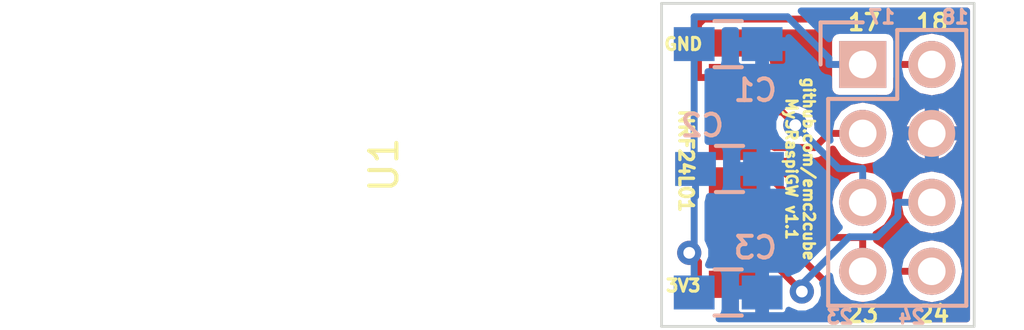
<source format=kicad_pcb>
(kicad_pcb (version 4) (host pcbnew 4.0.4-stable)

  (general
    (links 14)
    (no_connects 0)
    (area 53.949999 34.049999 65.550001 46.050001)
    (thickness 1.6002)
    (drawings 16)
    (tracks 73)
    (zones 0)
    (modules 5)
    (nets 9)
  )

  (page A4)
  (layers
    (0 Top signal)
    (31 Bottom signal)
    (32 B.Adhes user)
    (33 F.Adhes user)
    (34 B.Paste user)
    (35 F.Paste user)
    (36 B.SilkS user)
    (37 F.SilkS user)
    (38 B.Mask user)
    (39 F.Mask user)
    (40 Dwgs.User user)
    (41 Cmts.User user)
    (42 Eco1.User user)
    (43 Eco2.User user)
    (44 Edge.Cuts user)
    (45 Margin user)
    (46 B.CrtYd user)
    (47 F.CrtYd user)
    (48 B.Fab user)
    (49 F.Fab user)
  )

  (setup
    (last_trace_width 0.254)
    (trace_clearance 0.254)
    (zone_clearance 0.1016)
    (zone_45_only no)
    (trace_min 0.1524)
    (segment_width 0.2)
    (edge_width 0.1)
    (via_size 0.889)
    (via_drill 0.4318)
    (via_min_size 0.6858)
    (via_min_drill 0.3302)
    (uvia_size 0.762)
    (uvia_drill 0.508)
    (uvias_allowed no)
    (uvia_min_size 0)
    (uvia_min_drill 0)
    (pcb_text_width 0.3)
    (pcb_text_size 1.5 1.5)
    (mod_edge_width 0.15)
    (mod_text_size 1 1)
    (mod_text_width 0.15)
    (pad_size 1 2)
    (pad_drill 0)
    (pad_to_mask_clearance 0)
    (aux_axis_origin 0 0)
    (visible_elements FFFFFFFF)
    (pcbplotparams
      (layerselection 0x010f0_80000001)
      (usegerberextensions true)
      (excludeedgelayer true)
      (linewidth 0.100000)
      (plotframeref false)
      (viasonmask false)
      (mode 1)
      (useauxorigin false)
      (hpglpennumber 1)
      (hpglpenspeed 20)
      (hpglpendiameter 15)
      (hpglpenoverlay 2)
      (psnegative false)
      (psa4output false)
      (plotreference true)
      (plotvalue true)
      (plotinvisibletext false)
      (padsonsilk false)
      (subtractmaskfromsilk false)
      (outputformat 1)
      (mirror false)
      (drillshape 0)
      (scaleselection 1)
      (outputdirectory ""))
  )

  (net 0 "")
  (net 1 +3V3)
  (net 2 GND)
  (net 3 MOSI)
  (net 4 MISO)
  (net 5 CE)
  (net 6 SCK)
  (net 7 CSN)
  (net 8 IRQ)

  (net_class Default "Ceci est la Netclass par défaut"
    (clearance 0.254)
    (trace_width 0.254)
    (via_dia 0.889)
    (via_drill 0.4318)
    (uvia_dia 0.762)
    (uvia_drill 0.508)
    (add_net +3V3)
    (add_net CE)
    (add_net CSN)
    (add_net GND)
    (add_net IRQ)
    (add_net MISO)
    (add_net MOSI)
    (add_net SCK)
  )

  (net_class VCC ""
    (clearance 0.3048)
    (trace_width 0.508)
    (via_dia 1.143)
    (via_drill 0.635)
    (uvia_dia 0.762)
    (uvia_drill 0.508)
  )

  (module Socket_Strips:Socket_Strip_Straight_2x04 (layer Bottom) (tedit 5779F6F8) (tstamp 574E5455)
    (at 61.4 36.35 270)
    (descr "Through hole socket strip")
    (tags "socket strip")
    (path /573ACFFE)
    (fp_text reference P1 (at 0.05 0 360) (layer B.SilkS) hide
      (effects (font (size 1 1) (thickness 0.15)) (justify mirror))
    )
    (fp_text value CONN_02X04 (at 3.75 -5.1 450) (layer B.Fab)
      (effects (font (size 1 1) (thickness 0.15)) (justify mirror))
    )
    (fp_line (start -1.75 1.75) (end -1.75 -4.3) (layer B.CrtYd) (width 0.05))
    (fp_line (start 9.4 1.75) (end 9.4 -4.3) (layer B.CrtYd) (width 0.05))
    (fp_line (start -1.75 1.75) (end 9.4 1.75) (layer B.CrtYd) (width 0.05))
    (fp_line (start -1.75 -4.3) (end 9.4 -4.3) (layer B.CrtYd) (width 0.05))
    (fp_line (start 1.27 1.27) (end 8.89 1.27) (layer B.SilkS) (width 0.15))
    (fp_line (start 8.89 1.27) (end 8.89 -3.81) (layer B.SilkS) (width 0.15))
    (fp_line (start 8.89 -3.81) (end -1.27 -3.81) (layer B.SilkS) (width 0.15))
    (fp_line (start -1.27 -3.81) (end -1.27 -1.27) (layer B.SilkS) (width 0.15))
    (fp_line (start 0 1.55) (end -1.55 1.55) (layer B.SilkS) (width 0.15))
    (fp_line (start -1.27 -1.27) (end 1.27 -1.27) (layer B.SilkS) (width 0.15))
    (fp_line (start 1.27 -1.27) (end 1.27 1.27) (layer B.SilkS) (width 0.15))
    (fp_line (start -1.55 1.55) (end -1.55 0) (layer B.SilkS) (width 0.15))
    (pad 1 thru_hole rect (at 0 0 270) (size 1.7272 1.7272) (drill 1.016) (layers *.Cu *.Mask B.SilkS)
      (net 1 +3V3))
    (pad 2 thru_hole oval (at 0 -2.54 270) (size 1.7272 1.7272) (drill 1.016) (layers *.Cu *.Mask B.SilkS)
      (net 8 IRQ))
    (pad 3 thru_hole oval (at 2.54 0 270) (size 1.7272 1.7272) (drill 1.016) (layers *.Cu *.Mask B.SilkS)
      (net 3 MOSI))
    (pad 4 thru_hole oval (at 2.54 -2.54 270) (size 1.7272 1.7272) (drill 1.016) (layers *.Cu *.Mask B.SilkS)
      (net 2 GND))
    (pad 5 thru_hole oval (at 5.08 0 270) (size 1.7272 1.7272) (drill 1.016) (layers *.Cu *.Mask B.SilkS)
      (net 4 MISO))
    (pad 6 thru_hole oval (at 5.08 -2.54 270) (size 1.7272 1.7272) (drill 1.016) (layers *.Cu *.Mask B.SilkS)
      (net 5 CE))
    (pad 7 thru_hole oval (at 7.62 0 270) (size 1.7272 1.7272) (drill 1.016) (layers *.Cu *.Mask B.SilkS)
      (net 6 SCK))
    (pad 8 thru_hole oval (at 7.62 -2.54 270) (size 1.7272 1.7272) (drill 1.016) (layers *.Cu *.Mask B.SilkS)
      (net 7 CSN))
    (model Socket_Strips.3dshapes/Socket_Strip_Straight_2x04.wrl
      (at (xyz 0.15 -0.05 0))
      (scale (xyz 1 1 1))
      (rotate (xyz 0 0 180))
    )
  )

  (module Capacitors_SMD:C_0805_HandSoldering (layer Bottom) (tedit 5779F6EC) (tstamp 573AD2EA)
    (at 56.45 44.75)
    (descr "Capacitor SMD 0805, hand soldering")
    (tags "capacitor 0805")
    (path /573AD311)
    (attr smd)
    (fp_text reference C3 (at 1 -1.65) (layer B.SilkS)
      (effects (font (size 0.8 0.8) (thickness 0.15)) (justify mirror))
    )
    (fp_text value 47µF (at -0.05 0.15) (layer B.Fab)
      (effects (font (size 1 1) (thickness 0.15)) (justify mirror))
    )
    (fp_line (start -2.3 1) (end 2.3 1) (layer B.CrtYd) (width 0.05))
    (fp_line (start -2.3 -1) (end 2.3 -1) (layer B.CrtYd) (width 0.05))
    (fp_line (start -2.3 1) (end -2.3 -1) (layer B.CrtYd) (width 0.05))
    (fp_line (start 2.3 1) (end 2.3 -1) (layer B.CrtYd) (width 0.05))
    (fp_line (start 0.5 0.85) (end -0.5 0.85) (layer B.SilkS) (width 0.15))
    (fp_line (start -0.5 -0.85) (end 0.5 -0.85) (layer B.SilkS) (width 0.15))
    (pad 1 smd rect (at -1.25 0) (size 1.5 1.25) (layers Bottom B.Paste B.Mask)
      (net 1 +3V3))
    (pad 2 smd rect (at 1.25 0) (size 1.5 1.25) (layers Bottom B.Paste B.Mask)
      (net 2 GND))
    (model Capacitors_SMD.3dshapes/C_0805_HandSoldering.wrl
      (at (xyz 0 0 0))
      (scale (xyz 1 1 1))
      (rotate (xyz 0 0 0))
    )
  )

  (module Capacitors_SMD:C_0805_HandSoldering (layer Bottom) (tedit 5779F6E6) (tstamp 573AD2E4)
    (at 56.5 40.2)
    (descr "Capacitor SMD 0805, hand soldering")
    (tags "capacitor 0805")
    (path /5701C54D)
    (attr smd)
    (fp_text reference C2 (at -1 -1.6) (layer B.SilkS)
      (effects (font (size 0.8 0.8) (thickness 0.15)) (justify mirror))
    )
    (fp_text value 4.7µF (at 0 0) (layer B.Fab)
      (effects (font (size 1 1) (thickness 0.15)) (justify mirror))
    )
    (fp_line (start -2.3 1) (end 2.3 1) (layer B.CrtYd) (width 0.05))
    (fp_line (start -2.3 -1) (end 2.3 -1) (layer B.CrtYd) (width 0.05))
    (fp_line (start -2.3 1) (end -2.3 -1) (layer B.CrtYd) (width 0.05))
    (fp_line (start 2.3 1) (end 2.3 -1) (layer B.CrtYd) (width 0.05))
    (fp_line (start 0.5 0.85) (end -0.5 0.85) (layer B.SilkS) (width 0.15))
    (fp_line (start -0.5 -0.85) (end 0.5 -0.85) (layer B.SilkS) (width 0.15))
    (pad 1 smd rect (at -1.25 0) (size 1.5 1.25) (layers Bottom B.Paste B.Mask)
      (net 1 +3V3))
    (pad 2 smd rect (at 1.25 0) (size 1.5 1.25) (layers Bottom B.Paste B.Mask)
      (net 2 GND))
    (model Capacitors_SMD.3dshapes/C_0805_HandSoldering.wrl
      (at (xyz 0 0 0))
      (scale (xyz 1 1 1))
      (rotate (xyz 0 0 0))
    )
  )

  (module Capacitors_SMD:C_0805_HandSoldering (layer Bottom) (tedit 5779F6E0) (tstamp 573AD2DE)
    (at 56.45 35.6)
    (descr "Capacitor SMD 0805, hand soldering")
    (tags "capacitor 0805")
    (path /573AD2DF)
    (attr smd)
    (fp_text reference C1 (at 1 1.7) (layer B.SilkS)
      (effects (font (size 0.8 0.8) (thickness 0.15)) (justify mirror))
    )
    (fp_text value 0.1µF (at 0.05 0) (layer B.Fab)
      (effects (font (size 1 1) (thickness 0.15)) (justify mirror))
    )
    (fp_line (start -2.3 1) (end 2.3 1) (layer B.CrtYd) (width 0.05))
    (fp_line (start -2.3 -1) (end 2.3 -1) (layer B.CrtYd) (width 0.05))
    (fp_line (start -2.3 1) (end -2.3 -1) (layer B.CrtYd) (width 0.05))
    (fp_line (start 2.3 1) (end 2.3 -1) (layer B.CrtYd) (width 0.05))
    (fp_line (start 0.5 0.85) (end -0.5 0.85) (layer B.SilkS) (width 0.15))
    (fp_line (start -0.5 -0.85) (end 0.5 -0.85) (layer B.SilkS) (width 0.15))
    (pad 1 smd rect (at -1.25 0) (size 1.5 1.25) (layers Bottom B.Paste B.Mask)
      (net 1 +3V3))
    (pad 2 smd rect (at 1.25 0) (size 1.5 1.25) (layers Bottom B.Paste B.Mask)
      (net 2 GND))
    (model Capacitors_SMD.3dshapes/C_0805_HandSoldering.wrl
      (at (xyz 0 0 0))
      (scale (xyz 1 1 1))
      (rotate (xyz 0 0 0))
    )
  )

  (module mysensors_radios:NRF24L01_PA_LNA-SMD (layer Top) (tedit 577395AB) (tstamp 5765B758)
    (at 48.04 40.05 90)
    (path /56F8DB79)
    (fp_text reference U1 (at 0 -4.25 90) (layer F.SilkS)
      (effects (font (size 1 1) (thickness 0.15)))
    )
    (fp_text value NRF24L01 (at -5 -4 180) (layer F.Fab)
      (effects (font (size 0.8 0.8) (thickness 0.15)))
    )
    (fp_line (start -5.25 -17) (end 4.75 -17) (layer F.CrtYd) (width 0.5))
    (fp_line (start -6 8.7) (end -6 -18.3) (layer F.CrtYd) (width 0.15))
    (fp_line (start 6 -18.3) (end 6 8.7) (layer F.CrtYd) (width 0.15))
    (fp_line (start -6 -13.3) (end 6 -13.3) (layer F.CrtYd) (width 0.15))
    (fp_line (start 6 8.7) (end -6 8.7) (layer F.CrtYd) (width 0.15))
    (fp_line (start -6 -18.3) (end 6 -18.3) (layer F.CrtYd) (width 0.15))
    (pad 2 smd rect (at -4.4 8.7 90) (size 1 2) (layers Top F.Paste F.Mask)
      (net 1 +3V3))
    (pad 3 smd rect (at -3.13 8.7 90) (size 1 2) (layers Top F.Paste F.Mask)
      (net 5 CE))
    (pad 4 smd rect (at -1.86 8.7 90) (size 1 2) (layers Top F.Paste F.Mask)
      (net 7 CSN))
    (pad 5 smd rect (at -0.59 8.7 90) (size 1 2) (layers Top F.Paste F.Mask)
      (net 6 SCK))
    (pad 6 smd rect (at 0.68 8.7 90) (size 1 2) (layers Top F.Paste F.Mask)
      (net 3 MOSI))
    (pad 7 smd rect (at 1.95 8.7 90) (size 1 2) (layers Top F.Paste F.Mask)
      (net 4 MISO))
    (pad 8 smd rect (at 3.22 8.7 90) (size 1 2) (layers Top F.Paste F.Mask)
      (net 8 IRQ))
    (pad 1 smd rect (at 4.49 8.7 90) (size 1 2) (layers Top F.Paste F.Mask)
      (net 2 GND))
    (model ${MYSLOCAL}/mysensors.3dshapes/mysensors_radios.3dshapes/nrf24palnasmd.wrl
      (at (xyz -5.7625 2.9 0.03))
      (scale (xyz 0.395 0.395 0.395))
      (rotate (xyz 0 0 0))
    )
    (model LEDs.3dshapes/LED_0402.wrl
      (at (xyz -0.02 0.66 0.062))
      (scale (xyz 8 1.75 1))
      (rotate (xyz 0 0 180))
    )
    (model Housings_DFN_QFN.3dshapes/QFN-20-1EP_5x5mm_Pitch0.65mm.wrl
      (at (xyz -0.0275 -0.109 0.062))
      (scale (xyz 1 1 1))
      (rotate (xyz 0 0 0))
    )
    (model Housings_DFN_QFN.3dshapes/QFN-16-1EP_3x3mm_Pitch0.5mm.wrl
      (at (xyz -0.08 0.335 0.062))
      (scale (xyz 1 1 1))
      (rotate (xyz 0 0 0))
    )
  )

  (gr_text 3V3 (at 54.8 44.5) (layer F.SilkS)
    (effects (font (size 0.45 0.45) (thickness 0.1125)))
  )
  (gr_text GND (at 54.8 35.6) (layer F.SilkS)
    (effects (font (size 0.45 0.45) (thickness 0.1125)))
  )
  (gr_text NRF24L01 (at 54.9 39.9 270) (layer F.SilkS)
    (effects (font (size 0.5 0.5) (thickness 0.125)))
  )
  (gr_text "github.com/emc2cube\nMySRaspiGW v1.1" (at 59.1 40.2 270) (layer F.SilkS)
    (effects (font (size 0.4 0.4) (thickness 0.1)))
  )
  (gr_text 23 (at 60.55 45.65) (layer B.SilkS)
    (effects (font (size 0.5 0.5) (thickness 0.125)) (justify mirror))
  )
  (gr_text 24 (at 63.2 45.65) (layer B.SilkS)
    (effects (font (size 0.5 0.5) (thickness 0.125)) (justify mirror))
  )
  (gr_text 18 (at 63.95 34.8) (layer F.SilkS)
    (effects (font (size 0.6 0.6) (thickness 0.125)))
  )
  (gr_text 17 (at 61.45 34.8) (layer F.SilkS)
    (effects (font (size 0.6 0.6) (thickness 0.125)))
  )
  (gr_text 23 (at 61.4 45.55) (layer F.SilkS)
    (effects (font (size 0.6 0.6) (thickness 0.125)))
  )
  (gr_text 24 (at 64 45.55) (layer F.SilkS)
    (effects (font (size 0.6 0.6) (thickness 0.125)))
  )
  (gr_text 18 (at 64.8 34.6) (layer B.SilkS)
    (effects (font (size 0.5 0.5) (thickness 0.125)) (justify mirror))
  )
  (gr_text 17 (at 62.1 34.6) (layer B.SilkS)
    (effects (font (size 0.5 0.5) (thickness 0.125)) (justify mirror))
  )
  (gr_line (start 54 46) (end 65.5 46) (angle 90) (layer Edge.Cuts) (width 0.1))
  (gr_line (start 54 34.1) (end 54 46) (angle 90) (layer Edge.Cuts) (width 0.1))
  (gr_line (start 65.5 34.1) (end 54 34.1) (angle 90) (layer Edge.Cuts) (width 0.1))
  (gr_line (start 65.5 46) (end 65.5 34.1) (angle 90) (layer Edge.Cuts) (width 0.1))

  (via (at 55.0186 43.29) (size 0.889) (layers Top Bottom) (net 1))
  (segment (start 60.1551 36.1166) (end 60.1551 36.35) (width 0.254) (layer Bottom) (net 1))
  (segment (start 58.6322 34.5937) (end 60.1551 36.1166) (width 0.254) (layer Bottom) (net 1))
  (segment (start 55.2 34.5937) (end 58.6322 34.5937) (width 0.254) (layer Bottom) (net 1))
  (segment (start 55.2 35.6) (end 55.2 34.5937) (width 0.254) (layer Bottom) (net 1))
  (segment (start 61.4 36.35) (end 60.1551 36.35) (width 0.254) (layer Bottom) (net 1))
  (segment (start 55.25 40.2) (end 55.25 40.7031) (width 0.254) (layer Bottom) (net 1))
  (segment (start 55.25 40.7031) (end 55.25 41.2063) (width 0.254) (layer Bottom) (net 1))
  (segment (start 55.2 40.6531) (end 55.2 35.6) (width 0.254) (layer Bottom) (net 1))
  (segment (start 55.25 40.7031) (end 55.2 40.6531) (width 0.254) (layer Bottom) (net 1))
  (segment (start 56.74 44.45) (end 55.3587 44.45) (width 0.254) (layer Top) (net 1))
  (segment (start 55.3587 43.6301) (end 55.0186 43.29) (width 0.254) (layer Top) (net 1))
  (segment (start 55.3587 44.45) (end 55.3587 43.6301) (width 0.254) (layer Top) (net 1))
  (segment (start 55.2 43.29) (end 55.0186 43.29) (width 0.254) (layer Bottom) (net 1))
  (segment (start 55.2 44.75) (end 55.2 43.29) (width 0.254) (layer Bottom) (net 1))
  (segment (start 55.2 41.2563) (end 55.25 41.2063) (width 0.254) (layer Bottom) (net 1))
  (segment (start 55.2 43.29) (end 55.2 41.2563) (width 0.254) (layer Bottom) (net 1))
  (segment (start 57.75 43.6937) (end 57.75 40.2) (width 0.254) (layer Bottom) (net 2))
  (segment (start 57.7 43.7437) (end 57.75 43.6937) (width 0.254) (layer Bottom) (net 2))
  (segment (start 57.7 44.75) (end 57.7 43.7437) (width 0.254) (layer Bottom) (net 2))
  (segment (start 62.6951 38.3742) (end 62.6951 38.89) (width 0.254) (layer Top) (net 2))
  (segment (start 61.9159 37.595) (end 62.6951 38.3742) (width 0.254) (layer Top) (net 2))
  (segment (start 60.1563 37.595) (end 61.9159 37.595) (width 0.254) (layer Top) (net 2))
  (segment (start 58.1213 35.56) (end 60.1563 37.595) (width 0.254) (layer Top) (net 2))
  (segment (start 56.74 35.56) (end 58.1213 35.56) (width 0.254) (layer Top) (net 2))
  (segment (start 63.94 38.89) (end 62.6951 38.89) (width 0.254) (layer Top) (net 2))
  (segment (start 63.94 38.89) (end 62.6951 38.89) (width 0.254) (layer Bottom) (net 2))
  (segment (start 57.7 35.6) (end 57.7 36.6063) (width 0.254) (layer Bottom) (net 2))
  (segment (start 57.75 38.5447) (end 57.75 40.2) (width 0.254) (layer Bottom) (net 2))
  (segment (start 58.6942 37.6005) (end 57.75 38.5447) (width 0.254) (layer Bottom) (net 2))
  (segment (start 61.8725 37.6005) (end 58.6942 37.6005) (width 0.254) (layer Bottom) (net 2))
  (segment (start 62.6951 38.4231) (end 61.8725 37.6005) (width 0.254) (layer Bottom) (net 2))
  (segment (start 62.6951 38.89) (end 62.6951 38.4231) (width 0.254) (layer Bottom) (net 2))
  (segment (start 58.6942 37.6005) (end 57.7 36.6063) (width 0.254) (layer Bottom) (net 2))
  (segment (start 61.4 38.89) (end 60.1551 38.89) (width 0.254) (layer Top) (net 3))
  (segment (start 59.6358 39.4093) (end 60.1551 38.89) (width 0.254) (layer Top) (net 3))
  (segment (start 58.1606 39.4093) (end 59.6358 39.4093) (width 0.254) (layer Top) (net 3))
  (segment (start 58.1213 39.37) (end 58.1606 39.4093) (width 0.254) (layer Top) (net 3))
  (segment (start 56.74 39.37) (end 58.1213 39.37) (width 0.254) (layer Top) (net 3))
  (via (at 58.9212 38.5835) (size 0.889) (layers Top Bottom) (net 4))
  (segment (start 58.4377 38.1) (end 58.9212 38.5835) (width 0.254) (layer Top) (net 4))
  (segment (start 56.74 38.1) (end 58.4377 38.1) (width 0.254) (layer Top) (net 4))
  (segment (start 60.5228 40.1851) (end 61.4 40.1851) (width 0.254) (layer Bottom) (net 4))
  (segment (start 58.9212 38.5835) (end 60.5228 40.1851) (width 0.254) (layer Bottom) (net 4))
  (segment (start 61.4 41.43) (end 61.4 40.1851) (width 0.254) (layer Bottom) (net 4))
  (via (at 59.1612 44.7158) (size 0.889) (layers Top Bottom) (net 5))
  (segment (start 63.94 41.43) (end 62.6951 41.43) (width 0.254) (layer Bottom) (net 5))
  (segment (start 59.1613 44.7158) (end 59.1612 44.7158) (width 0.254) (layer Bottom) (net 5))
  (segment (start 59.1613 44.4471) (end 59.1613 44.7158) (width 0.254) (layer Bottom) (net 5))
  (segment (start 60.9084 42.7) (end 59.1613 44.4471) (width 0.254) (layer Bottom) (net 5))
  (segment (start 61.9409 42.7) (end 60.9084 42.7) (width 0.254) (layer Bottom) (net 5))
  (segment (start 62.6951 41.9458) (end 61.9409 42.7) (width 0.254) (layer Bottom) (net 5))
  (segment (start 62.6951 41.43) (end 62.6951 41.9458) (width 0.254) (layer Bottom) (net 5))
  (segment (start 57.6254 43.18) (end 59.1612 44.7158) (width 0.254) (layer Top) (net 5))
  (segment (start 56.74 43.18) (end 57.6254 43.18) (width 0.254) (layer Top) (net 5))
  (segment (start 60.2064 42.7251) (end 61.4 42.7251) (width 0.254) (layer Top) (net 6))
  (segment (start 58.1213 40.64) (end 60.2064 42.7251) (width 0.254) (layer Top) (net 6))
  (segment (start 56.74 40.64) (end 58.1213 40.64) (width 0.254) (layer Top) (net 6))
  (segment (start 61.4 43.97) (end 61.4 42.7251) (width 0.254) (layer Top) (net 6))
  (segment (start 62.6951 44.4858) (end 62.6951 43.97) (width 0.254) (layer Top) (net 7))
  (segment (start 61.9571 45.2238) (end 62.6951 44.4858) (width 0.254) (layer Top) (net 7))
  (segment (start 60.8796 45.2238) (end 61.9571 45.2238) (width 0.254) (layer Top) (net 7))
  (segment (start 58.1213 42.4655) (end 60.8796 45.2238) (width 0.254) (layer Top) (net 7))
  (segment (start 58.1213 41.91) (end 58.1213 42.4655) (width 0.254) (layer Top) (net 7))
  (segment (start 56.74 41.91) (end 58.1213 41.91) (width 0.254) (layer Top) (net 7))
  (segment (start 63.94 43.97) (end 62.6951 43.97) (width 0.254) (layer Top) (net 7))
  (segment (start 62.6951 35.3785) (end 62.6951 36.35) (width 0.254) (layer Top) (net 8))
  (segment (start 61.9952 34.6786) (end 62.6951 35.3785) (width 0.254) (layer Top) (net 8))
  (segment (start 55.552 34.6786) (end 61.9952 34.6786) (width 0.254) (layer Top) (net 8))
  (segment (start 55.3587 34.8719) (end 55.552 34.6786) (width 0.254) (layer Top) (net 8))
  (segment (start 55.3587 36.83) (end 55.3587 34.8719) (width 0.254) (layer Top) (net 8))
  (segment (start 56.74 36.83) (end 55.3587 36.83) (width 0.254) (layer Top) (net 8))
  (segment (start 63.94 36.35) (end 62.6951 36.35) (width 0.254) (layer Top) (net 8))

  (zone (net 2) (net_name GND) (layer Top) (tstamp 58C6C2C6) (hatch edge 0.508)
    (connect_pads (clearance 0.1016))
    (min_thickness 0.254)
    (fill yes (arc_segments 16) (thermal_gap 0.1016) (thermal_bridge_width 0.508))
    (polygon
      (pts
        (xy 65.4 34.2) (xy 54.1 34.2) (xy 54.1 45.9) (xy 65.4 45.9)
      )
    )
    (filled_polygon
      (pts
        (xy 65.2214 45.7214) (xy 62.009385 45.7214) (xy 62.151503 45.693131) (xy 62.31631 45.58301) (xy 63.045891 44.85343)
        (xy 63.059935 44.874448) (xy 63.463712 45.144243) (xy 63.94 45.238983) (xy 64.416288 45.144243) (xy 64.820065 44.874448)
        (xy 65.08986 44.470671) (xy 65.1846 43.994383) (xy 65.1846 43.945617) (xy 65.08986 43.469329) (xy 64.820065 43.065552)
        (xy 64.416288 42.795757) (xy 63.94 42.701017) (xy 63.463712 42.795757) (xy 63.059935 43.065552) (xy 62.795037 43.462)
        (xy 62.6951 43.462) (xy 62.553986 43.490069) (xy 62.54986 43.469329) (xy 62.280065 43.065552) (xy 61.908 42.816946)
        (xy 61.908 42.7251) (xy 61.88306 42.599718) (xy 62.280065 42.334448) (xy 62.54986 41.930671) (xy 62.6446 41.454383)
        (xy 62.6446 41.405617) (xy 62.6954 41.405617) (xy 62.6954 41.454383) (xy 62.79014 41.930671) (xy 63.059935 42.334448)
        (xy 63.463712 42.604243) (xy 63.94 42.698983) (xy 64.416288 42.604243) (xy 64.820065 42.334448) (xy 65.08986 41.930671)
        (xy 65.1846 41.454383) (xy 65.1846 41.405617) (xy 65.08986 40.929329) (xy 64.820065 40.525552) (xy 64.416288 40.255757)
        (xy 63.94 40.161017) (xy 63.463712 40.255757) (xy 63.059935 40.525552) (xy 62.79014 40.929329) (xy 62.6954 41.405617)
        (xy 62.6446 41.405617) (xy 62.54986 40.929329) (xy 62.280065 40.525552) (xy 61.876288 40.255757) (xy 61.4 40.161017)
        (xy 60.923712 40.255757) (xy 60.519935 40.525552) (xy 60.25014 40.929329) (xy 60.1554 41.405617) (xy 60.1554 41.454383)
        (xy 60.25014 41.930671) (xy 60.441526 42.2171) (xy 60.41682 42.2171) (xy 58.48051 40.28079) (xy 58.315703 40.170669)
        (xy 58.127179 40.133169) (xy 58.102129 40.000045) (xy 58.120501 39.909324) (xy 58.1606 39.9173) (xy 59.6358 39.9173)
        (xy 59.830203 39.878631) (xy 59.99501 39.76851) (xy 60.29929 39.46423) (xy 60.519935 39.794448) (xy 60.923712 40.064243)
        (xy 61.4 40.158983) (xy 61.876288 40.064243) (xy 62.280065 39.794448) (xy 62.54986 39.390671) (xy 62.590743 39.185137)
        (xy 62.888419 39.185137) (xy 63.08141 39.565094) (xy 63.405114 39.842274) (xy 63.644865 39.941568) (xy 63.813 39.917229)
        (xy 63.813 39.017) (xy 64.067 39.017) (xy 64.067 39.917229) (xy 64.235135 39.941568) (xy 64.474886 39.842274)
        (xy 64.79859 39.565094) (xy 64.991581 39.185137) (xy 64.967654 39.017) (xy 64.067 39.017) (xy 63.813 39.017)
        (xy 62.912346 39.017) (xy 62.888419 39.185137) (xy 62.590743 39.185137) (xy 62.6446 38.914383) (xy 62.6446 38.865617)
        (xy 62.590744 38.594863) (xy 62.888419 38.594863) (xy 62.912346 38.763) (xy 63.813 38.763) (xy 63.813 37.862771)
        (xy 64.067 37.862771) (xy 64.067 38.763) (xy 64.967654 38.763) (xy 64.991581 38.594863) (xy 64.79859 38.214906)
        (xy 64.474886 37.937726) (xy 64.235135 37.838432) (xy 64.067 37.862771) (xy 63.813 37.862771) (xy 63.644865 37.838432)
        (xy 63.405114 37.937726) (xy 63.08141 38.214906) (xy 62.888419 38.594863) (xy 62.590744 38.594863) (xy 62.54986 38.389329)
        (xy 62.280065 37.985552) (xy 61.876288 37.715757) (xy 61.4 37.621017) (xy 60.923712 37.715757) (xy 60.519935 37.985552)
        (xy 60.255037 38.382) (xy 60.1551 38.382) (xy 59.960696 38.420669) (xy 59.79589 38.53079) (xy 59.746704 38.579976)
        (xy 59.746843 38.420018) (xy 59.621433 38.116502) (xy 59.389419 37.884083) (xy 59.086123 37.758143) (xy 58.814026 37.757906)
        (xy 58.79691 37.74079) (xy 58.632103 37.630669) (xy 58.4377 37.592) (xy 58.126959 37.592) (xy 58.102129 37.460045)
        (xy 58.128464 37.33) (xy 58.128464 36.33) (xy 58.101897 36.18881) (xy 58.018454 36.059135) (xy 57.9686 36.025071)
        (xy 57.9686 35.74415) (xy 57.91145 35.687) (xy 56.867 35.687) (xy 56.867 35.707) (xy 56.613 35.707)
        (xy 56.613 35.687) (xy 56.593 35.687) (xy 56.593 35.433) (xy 56.613 35.433) (xy 56.613 35.413)
        (xy 56.867 35.413) (xy 56.867 35.433) (xy 57.91145 35.433) (xy 57.9686 35.37585) (xy 57.9686 35.1866)
        (xy 60.298708 35.1866) (xy 60.265535 35.207946) (xy 60.178541 35.335266) (xy 60.147936 35.4864) (xy 60.147936 37.2136)
        (xy 60.174503 37.35479) (xy 60.257946 37.484465) (xy 60.385266 37.571459) (xy 60.5364 37.602064) (xy 62.2636 37.602064)
        (xy 62.40479 37.575497) (xy 62.534465 37.492054) (xy 62.621459 37.364734) (xy 62.652064 37.2136) (xy 62.652064 36.84944)
        (xy 62.6951 36.858) (xy 62.795037 36.858) (xy 63.059935 37.254448) (xy 63.463712 37.524243) (xy 63.94 37.618983)
        (xy 64.416288 37.524243) (xy 64.820065 37.254448) (xy 65.08986 36.850671) (xy 65.1846 36.374383) (xy 65.1846 36.325617)
        (xy 65.08986 35.849329) (xy 64.820065 35.445552) (xy 64.416288 35.175757) (xy 63.94 35.081017) (xy 63.463712 35.175757)
        (xy 63.198077 35.353248) (xy 63.1945 35.335266) (xy 63.164431 35.184096) (xy 63.05431 35.01929) (xy 62.41362 34.3786)
        (xy 65.2214 34.3786)
      )
    )
  )
  (zone (net 2) (net_name GND) (layer Bottom) (tstamp 58C6C2C6) (hatch edge 0.508)
    (connect_pads (clearance 0.1016))
    (min_thickness 0.254)
    (fill yes (arc_segments 16) (thermal_gap 0.1016) (thermal_bridge_width 0.508))
    (polygon
      (pts
        (xy 65.4 34.2) (xy 54.1 34.2) (xy 54.1 45.9) (xy 65.4 45.9)
      )
    )
    (filled_polygon
      (pts
        (xy 65.2214 45.7214) (xy 56.115273 45.7214) (xy 56.220865 45.653454) (xy 56.307859 45.526134) (xy 56.338464 45.375)
        (xy 56.338464 44.93415) (xy 56.7214 44.93415) (xy 56.7214 45.420472) (xy 56.756203 45.504492) (xy 56.820509 45.568798)
        (xy 56.904529 45.6036) (xy 57.51585 45.6036) (xy 57.573 45.54645) (xy 57.573 44.877) (xy 56.77855 44.877)
        (xy 56.7214 44.93415) (xy 56.338464 44.93415) (xy 56.338464 44.125) (xy 56.329908 44.079528) (xy 56.7214 44.079528)
        (xy 56.7214 44.56585) (xy 56.77855 44.623) (xy 57.573 44.623) (xy 57.573 43.95355) (xy 57.827 43.95355)
        (xy 57.827 44.623) (xy 57.847 44.623) (xy 57.847 44.877) (xy 57.827 44.877) (xy 57.827 45.54645)
        (xy 57.88415 45.6036) (xy 58.495471 45.6036) (xy 58.579491 45.568798) (xy 58.643797 45.504492) (xy 58.6786 45.420472)
        (xy 58.6786 45.400811) (xy 58.692981 45.415217) (xy 58.996277 45.541157) (xy 59.324682 45.541443) (xy 59.628198 45.416033)
        (xy 59.860617 45.184019) (xy 59.986557 44.880723) (xy 59.986843 44.552318) (xy 59.924759 44.402062) (xy 60.184773 44.142048)
        (xy 60.25014 44.470671) (xy 60.519935 44.874448) (xy 60.923712 45.144243) (xy 61.4 45.238983) (xy 61.876288 45.144243)
        (xy 62.280065 44.874448) (xy 62.54986 44.470671) (xy 62.6446 43.994383) (xy 62.6446 43.945617) (xy 62.6954 43.945617)
        (xy 62.6954 43.994383) (xy 62.79014 44.470671) (xy 63.059935 44.874448) (xy 63.463712 45.144243) (xy 63.94 45.238983)
        (xy 64.416288 45.144243) (xy 64.820065 44.874448) (xy 65.08986 44.470671) (xy 65.1846 43.994383) (xy 65.1846 43.945617)
        (xy 65.08986 43.469329) (xy 64.820065 43.065552) (xy 64.416288 42.795757) (xy 63.94 42.701017) (xy 63.463712 42.795757)
        (xy 63.059935 43.065552) (xy 62.79014 43.469329) (xy 62.6954 43.945617) (xy 62.6446 43.945617) (xy 62.54986 43.469329)
        (xy 62.283322 43.070427) (xy 62.30011 43.05921) (xy 63.045891 42.313429) (xy 63.059935 42.334448) (xy 63.463712 42.604243)
        (xy 63.94 42.698983) (xy 64.416288 42.604243) (xy 64.820065 42.334448) (xy 65.08986 41.930671) (xy 65.1846 41.454383)
        (xy 65.1846 41.405617) (xy 65.08986 40.929329) (xy 64.820065 40.525552) (xy 64.416288 40.255757) (xy 63.94 40.161017)
        (xy 63.463712 40.255757) (xy 63.059935 40.525552) (xy 62.795037 40.922) (xy 62.6951 40.922) (xy 62.553986 40.950069)
        (xy 62.54986 40.929329) (xy 62.280065 40.525552) (xy 61.908 40.276946) (xy 61.908 40.1851) (xy 61.88306 40.059718)
        (xy 62.280065 39.794448) (xy 62.54986 39.390671) (xy 62.590743 39.185137) (xy 62.888419 39.185137) (xy 63.08141 39.565094)
        (xy 63.405114 39.842274) (xy 63.644865 39.941568) (xy 63.813 39.917229) (xy 63.813 39.017) (xy 64.067 39.017)
        (xy 64.067 39.917229) (xy 64.235135 39.941568) (xy 64.474886 39.842274) (xy 64.79859 39.565094) (xy 64.991581 39.185137)
        (xy 64.967654 39.017) (xy 64.067 39.017) (xy 63.813 39.017) (xy 62.912346 39.017) (xy 62.888419 39.185137)
        (xy 62.590743 39.185137) (xy 62.6446 38.914383) (xy 62.6446 38.865617) (xy 62.590744 38.594863) (xy 62.888419 38.594863)
        (xy 62.912346 38.763) (xy 63.813 38.763) (xy 63.813 37.862771) (xy 64.067 37.862771) (xy 64.067 38.763)
        (xy 64.967654 38.763) (xy 64.991581 38.594863) (xy 64.79859 38.214906) (xy 64.474886 37.937726) (xy 64.235135 37.838432)
        (xy 64.067 37.862771) (xy 63.813 37.862771) (xy 63.644865 37.838432) (xy 63.405114 37.937726) (xy 63.08141 38.214906)
        (xy 62.888419 38.594863) (xy 62.590744 38.594863) (xy 62.54986 38.389329) (xy 62.280065 37.985552) (xy 61.876288 37.715757)
        (xy 61.4 37.621017) (xy 60.923712 37.715757) (xy 60.519935 37.985552) (xy 60.25014 38.389329) (xy 60.1554 38.865617)
        (xy 60.1554 38.914383) (xy 60.201311 39.14519) (xy 59.746607 38.690487) (xy 59.746843 38.420018) (xy 59.621433 38.116502)
        (xy 59.389419 37.884083) (xy 59.086123 37.758143) (xy 58.757718 37.757857) (xy 58.454202 37.883267) (xy 58.221783 38.115281)
        (xy 58.095843 38.418577) (xy 58.095557 38.746982) (xy 58.220967 39.050498) (xy 58.452981 39.282917) (xy 58.756277 39.408857)
        (xy 59.028374 39.409094) (xy 60.163589 40.54431) (xy 60.328396 40.654431) (xy 60.36065 40.660846) (xy 60.421453 40.672941)
        (xy 60.25014 40.929329) (xy 60.1554 41.405617) (xy 60.1554 41.454383) (xy 60.25014 41.930671) (xy 60.519935 42.334448)
        (xy 60.541273 42.348706) (xy 58.999821 43.890159) (xy 58.997718 43.890157) (xy 58.694202 44.015567) (xy 58.664421 44.045297)
        (xy 58.643797 43.995508) (xy 58.579491 43.931202) (xy 58.495471 43.8964) (xy 57.88415 43.8964) (xy 57.827 43.95355)
        (xy 57.573 43.95355) (xy 57.51585 43.8964) (xy 56.904529 43.8964) (xy 56.820509 43.931202) (xy 56.756203 43.995508)
        (xy 56.7214 44.079528) (xy 56.329908 44.079528) (xy 56.311897 43.98381) (xy 56.228454 43.854135) (xy 56.101134 43.767141)
        (xy 55.95 43.736536) (xy 55.727021 43.736536) (xy 55.843957 43.454923) (xy 55.844243 43.126518) (xy 55.718833 42.823002)
        (xy 55.708 42.81215) (xy 55.708 41.417661) (xy 55.719331 41.400703) (xy 55.756575 41.213464) (xy 56 41.213464)
        (xy 56.14119 41.186897) (xy 56.270865 41.103454) (xy 56.357859 40.976134) (xy 56.388464 40.825) (xy 56.388464 40.38415)
        (xy 56.7714 40.38415) (xy 56.7714 40.870472) (xy 56.806203 40.954492) (xy 56.870509 41.018798) (xy 56.954529 41.0536)
        (xy 57.56585 41.0536) (xy 57.623 40.99645) (xy 57.623 40.327) (xy 57.877 40.327) (xy 57.877 40.99645)
        (xy 57.93415 41.0536) (xy 58.545471 41.0536) (xy 58.629491 41.018798) (xy 58.693797 40.954492) (xy 58.7286 40.870472)
        (xy 58.7286 40.38415) (xy 58.67145 40.327) (xy 57.877 40.327) (xy 57.623 40.327) (xy 56.82855 40.327)
        (xy 56.7714 40.38415) (xy 56.388464 40.38415) (xy 56.388464 39.575) (xy 56.379908 39.529528) (xy 56.7714 39.529528)
        (xy 56.7714 40.01585) (xy 56.82855 40.073) (xy 57.623 40.073) (xy 57.623 39.40355) (xy 57.877 39.40355)
        (xy 57.877 40.073) (xy 58.67145 40.073) (xy 58.7286 40.01585) (xy 58.7286 39.529528) (xy 58.693797 39.445508)
        (xy 58.629491 39.381202) (xy 58.545471 39.3464) (xy 57.93415 39.3464) (xy 57.877 39.40355) (xy 57.623 39.40355)
        (xy 57.56585 39.3464) (xy 56.954529 39.3464) (xy 56.870509 39.381202) (xy 56.806203 39.445508) (xy 56.7714 39.529528)
        (xy 56.379908 39.529528) (xy 56.361897 39.43381) (xy 56.278454 39.304135) (xy 56.151134 39.217141) (xy 56 39.186536)
        (xy 55.708 39.186536) (xy 55.708 36.613464) (xy 55.95 36.613464) (xy 56.09119 36.586897) (xy 56.220865 36.503454)
        (xy 56.307859 36.376134) (xy 56.338464 36.225) (xy 56.338464 35.78415) (xy 56.7214 35.78415) (xy 56.7214 36.270472)
        (xy 56.756203 36.354492) (xy 56.820509 36.418798) (xy 56.904529 36.4536) (xy 57.51585 36.4536) (xy 57.573 36.39645)
        (xy 57.573 35.727) (xy 57.827 35.727) (xy 57.827 36.39645) (xy 57.88415 36.4536) (xy 58.495471 36.4536)
        (xy 58.579491 36.418798) (xy 58.643797 36.354492) (xy 58.6786 36.270472) (xy 58.6786 35.78415) (xy 58.62145 35.727)
        (xy 57.827 35.727) (xy 57.573 35.727) (xy 56.77855 35.727) (xy 56.7214 35.78415) (xy 56.338464 35.78415)
        (xy 56.338464 35.1017) (xy 56.7214 35.1017) (xy 56.7214 35.41585) (xy 56.77855 35.473) (xy 57.573 35.473)
        (xy 57.573 35.453) (xy 57.827 35.453) (xy 57.827 35.473) (xy 58.62145 35.473) (xy 58.6786 35.41585)
        (xy 58.6786 35.35852) (xy 59.6471 36.32702) (xy 59.6471 36.35) (xy 59.685769 36.544403) (xy 59.79589 36.70921)
        (xy 59.960697 36.819331) (xy 60.147936 36.856575) (xy 60.147936 37.2136) (xy 60.174503 37.35479) (xy 60.257946 37.484465)
        (xy 60.385266 37.571459) (xy 60.5364 37.602064) (xy 62.2636 37.602064) (xy 62.40479 37.575497) (xy 62.534465 37.492054)
        (xy 62.621459 37.364734) (xy 62.652064 37.2136) (xy 62.652064 36.325617) (xy 62.6954 36.325617) (xy 62.6954 36.374383)
        (xy 62.79014 36.850671) (xy 63.059935 37.254448) (xy 63.463712 37.524243) (xy 63.94 37.618983) (xy 64.416288 37.524243)
        (xy 64.820065 37.254448) (xy 65.08986 36.850671) (xy 65.1846 36.374383) (xy 65.1846 36.325617) (xy 65.08986 35.849329)
        (xy 64.820065 35.445552) (xy 64.416288 35.175757) (xy 63.94 35.081017) (xy 63.463712 35.175757) (xy 63.059935 35.445552)
        (xy 62.79014 35.849329) (xy 62.6954 36.325617) (xy 62.652064 36.325617) (xy 62.652064 35.4864) (xy 62.625497 35.34521)
        (xy 62.542054 35.215535) (xy 62.414734 35.128541) (xy 62.2636 35.097936) (xy 60.5364 35.097936) (xy 60.39521 35.124503)
        (xy 60.265535 35.207946) (xy 60.178541 35.335266) (xy 60.163999 35.407079) (xy 59.13552 34.3786) (xy 65.2214 34.3786)
      )
    )
  )
)

</source>
